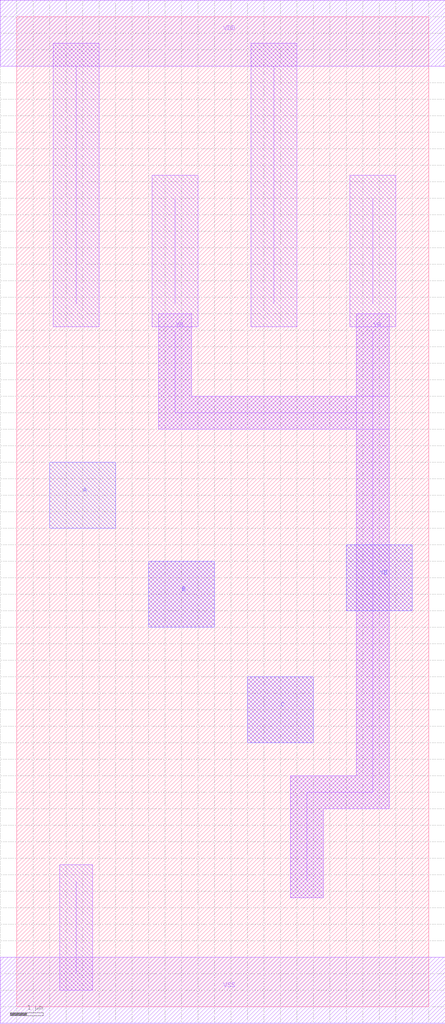
<source format=lef>
VERSION 5.5 ;
NAMESCASESENSITIVE ON ;
BUSBITCHARS "[]" ;
DIVIDERCHAR "/" ;

MACRO na31
  CLASS CORE ;
  SOURCE USER ;
  ORIGIN 0 0 ;
  SIZE 12.500 BY 30.000 ;
  SYMMETRY X Y ;
  SITE unit ;
 
  PIN A
    USE SIGNAL ;
    PORT
      LAYER ML1 ;
        POLYGON 4.000 11.500  4.000 13.500  6.000 13.500  6.000 11.500  4.000 
        11.500  ;
    END
    PORT
      LAYER ML2 ;
        POLYGON 1.000 14.500  1.000 16.500  3.000 16.500  3.000 14.500  1.000 
        14.500  ;
    END
  END A
  PIN B
    USE SIGNAL ;
    PORT
      LAYER ML2 ;
        POLYGON 4.000 11.500  4.000 13.500  6.000 13.500  6.000 11.500  4.000 
        11.500  ;
    END
  END B
  PIN C
    USE SIGNAL ;
    PORT
      LAYER ML2 ;
        POLYGON 7.000 8.000  7.000 10.000  9.000 10.000  9.000 8.000  7.000 
        8.000  ;
    END
    PORT
      LAYER ML1 ;
        POLYGON 7.000 8.000  7.000 10.000  9.000 10.000  9.000 8.000  7.000 
        8.000  ;
    END
  END C
  PIN VDD
    USE POWER ;
    PORT
      LAYER ML1 ;
        RECT -0.500 28.500  13.000 30.500  ;
    END
  END VDD
  PIN VSS
    USE GROUND ;
    PORT
      LAYER ML1 ;
        RECT -0.500 -0.500  13.000 1.500  ;
    END
  END VSS
  PIN YB
    USE SIGNAL ;
    PORT
      LAYER ML1 ;
        WIDTH 1.000  ;
        PATH 10.800 20.500 10.800 18.000  ;
    END
    PORT
      LAYER ML1 ;
        WIDTH 1.000  ;
        PATH 4.800 20.500 4.800 18.000 10.800 18.000 10.800 6.500 8.800 6.500 
        8.800 3.800  ;
    END
    PORT
      LAYER ML1 ;
        POLYGON 10.000 12.000  10.000 14.000  12.000 14.000  12.000 12.000  
        10.000 12.000  ;
    END
    PORT
      LAYER ML2 ;
        POLYGON 10.000 12.000  10.000 14.000  12.000 14.000  12.000 12.000  
        10.000 12.000  ;
    END
  END YB
  OBS

    LAYER ML1 ;
      WIDTH 1.400  ;
      PATH 1.800 21.300 1.800 28.500  ;
      WIDTH 1.000  ;
      PATH 1.800 1.000 1.800 3.800  ;

      WIDTH 1.400  ;
      PATH 4.800 21.300 4.800 24.500  ;


      WIDTH 1.400  ;
      PATH 7.800 21.300 7.800 28.500  ;
      WIDTH 1.000  ;
      PATH 4.800 20.500 4.800 18.000 10.800 18.000 10.800 6.500 8.800 6.500 
      8.800 3.800  ;

      WIDTH 1.000  ;
      PATH 10.800 20.500 10.800 18.000  ;
      WIDTH 1.400  ;
      PATH 10.800 21.300 10.800 24.500  ;

    VIA 1.800 22.500  dcont ;
    VIA 1.800 20.500  dcont ;
    VIA 1.800 3.800  dcont ;
    VIA 1.800 24.500  dcont ;
    VIA 4.800 22.500  dcont ;
    VIA 4.800 20.500  dcont ;
    VIA 4.800 24.500  dcont ;
    VIA 7.800 24.500  dcont ;
    VIA 7.800 22.500  dcont ;
    VIA 7.800 20.500  dcont ;
    VIA 8.800 3.800  dcont ;
    VIA 10.800 24.500  dcont ;
    VIA 10.800 22.500  dcont ;
    VIA 10.800 20.500  dcont ;
    VIA 5.000 12.500  pcont ;
    VIA 5.500 29.500  nsubcont ;
    VIA 8.000 9.000  pcont ;
    VIA 2.000 15.500  pcont ;
    VIA 5.000 0.500  psubcont ;
  END
END na31

MACRO dcont
  CLASS CORE ;
  OBS
    LAYER ML1 ;
      RECT -1.000 -1.000  1.000 1.000  ;
  END
END dcont

MACRO pcont
  CLASS CORE ;
  OBS
    LAYER ML1 ;
      RECT -1.000 -1.000  1.000 1.000  ;
  END
END pcont

MACRO nsubcont
  CLASS CORE ;
  OBS
    LAYER ML1 ;
      RECT -1.000 -1.000  1.000 1.000  ;
  END
END nsubcont

MACRO psubcont
  CLASS CORE ;
  OBS
    LAYER ML1 ;
      RECT -1.000 -1.000  1.000 1.000  ;
  END
END psubcont


END LIBRARY

</source>
